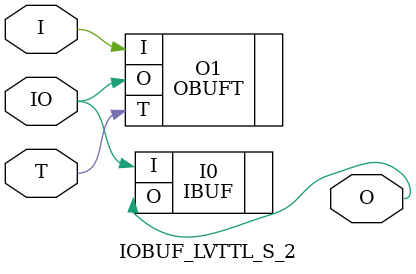
<source format=v>


`timescale  1 ps / 1 ps


module IOBUF_LVTTL_S_2 (O, IO, I, T);

    output O;

    inout  IO;

    input  I, T;

        OBUFT #(.IOSTANDARD("LVTTL"), .SLEW("SLOW"), .DRIVE(2)) O1 (.O(IO), .I(I), .T(T)); 
	IBUF #(.IOSTANDARD("LVTTL"))  I0 (.O(O), .I(IO));
        

endmodule



</source>
